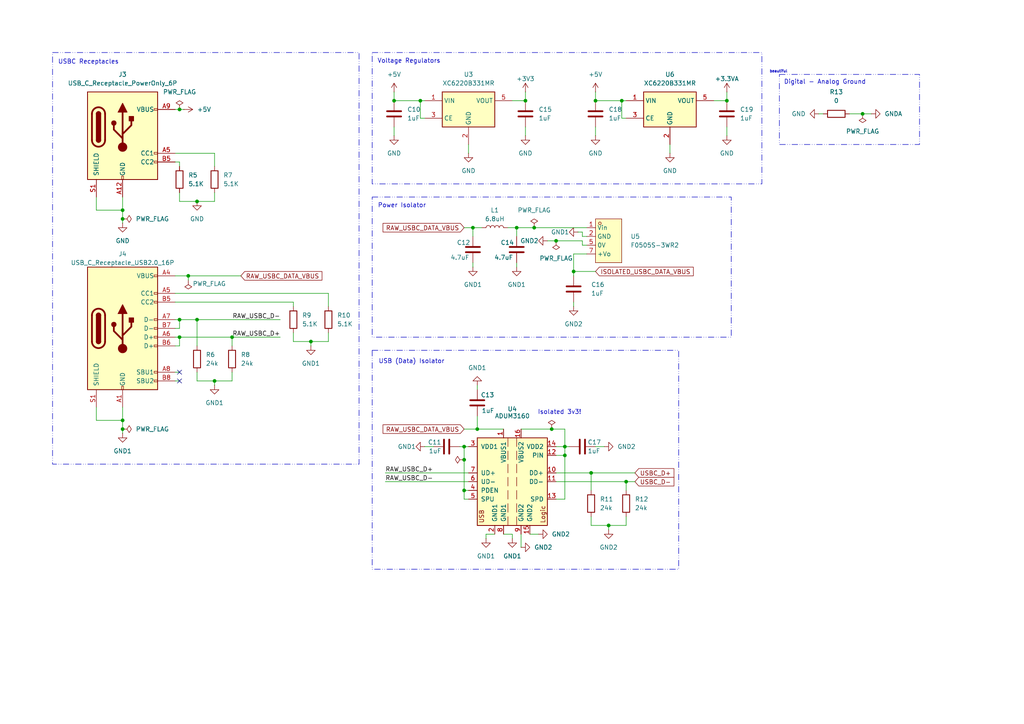
<source format=kicad_sch>
(kicad_sch (version 20250114) (generator "eeschema") (generator_version "9.0")
  (paper "A4")
  (title_block (title "echowawa Power") (date "2025-07-27") (rev "v1") (company "moonbeeper"))
  (lib_symbols
    (symbol "Connector:USB_C_Receptacle_PowerOnly_6P" (pin_names (offset 1.016))
      (property "Reference" "J" (at 0 16.51 0))
      (property "Value" "USB_C_Receptacle_PowerOnly_6P" (at 0 13.97 0))
      (symbol "USB_C_Receptacle_PowerOnly_6P_0_0"
        (rectangle (start -0.254 -12.7) (end 0.254 -11.684))
        (rectangle (start 10.16 7.874) (end 9.144 7.366))
        (rectangle (start 10.16 -4.826) (end 9.144 -5.334))
        (rectangle (start 10.16 -7.366) (end 9.144 -7.874))
      )
      (symbol "USB_C_Receptacle_PowerOnly_6P_0_1"
        (rectangle (start -10.16 12.7) (end 10.16 -12.7) (stroke (width 0.254)) (fill (type background)))
        (polyline (pts (xy -8.89 -1.27) (xy -8.89 6.35)) (stroke (width 0.508)))
        (rectangle (start -7.62 -1.27) (end -6.35 6.35) (stroke (width 0.254)) (fill (type outline)))
        (arc (start -7.62 6.35) (mid -6.985 6.9823) (end -6.35 6.35) (stroke (width 0.254)))
        (arc (start -7.62 6.35) (mid -6.985 6.9823) (end -6.35 6.35) (stroke (width 0.254)) (fill (type outline)))
        (arc (start -8.89 6.35) (mid -6.985 8.2467) (end -5.08 6.35) (stroke (width 0.508)))
        (arc (start -5.08 -1.27) (mid -6.985 -3.1667) (end -8.89 -1.27) (stroke (width 0.508)))
        (arc (start -6.35 -1.27) (mid -6.985 -1.9023) (end -7.62 -1.27) (stroke (width 0.254)))
        (arc (start -6.35 -1.27) (mid -6.985 -1.9023) (end -7.62 -1.27) (stroke (width 0.254)) (fill (type outline)))
        (polyline (pts (xy -5.08 6.35) (xy -5.08 -1.27)) (stroke (width 0.508)))
        (circle (center -2.54 3.683) (radius 0.635) (stroke (width 0.254)) (fill (type outline)))
        (polyline (pts (xy -1.27 6.858) (xy 0 9.398) (xy 1.27 6.858) (xy -1.27 6.858)) (stroke (width 0.254)) (fill (type outline)))
        (polyline (pts (xy 0 0.508) (xy 2.54 3.048) (xy 2.54 4.318)) (stroke (width 0.508)))
        (polyline (pts (xy 0 -0.762) (xy -2.54 1.778) (xy -2.54 3.048)) (stroke (width 0.508)))
        (polyline (pts (xy 0 -3.302) (xy 0 6.858)) (stroke (width 0.508)))
        (circle (center 0 -3.302) (radius 1.27) (fill (type outline)))
        (rectangle (start 1.905 4.318) (end 3.175 5.588) (stroke (width 0.254)) (fill (type outline)))
      )
      (symbol "USB_C_Receptacle_PowerOnly_6P_1_1"
        (pin passive line (at -7.62 -17.78 90) (length 5.08) (name "SHIELD") (number "S1"))
        (pin passive line (at 0 -17.78 90) (length 5.08) (name "GND") (number "A12"))
        (pin passive line (at 0 -17.78 90) (length 5.08) (hide yes) (name "GND") (number "B12"))
        (pin passive line (at 15.24 7.62 180) (length 5.08) (name "VBUS") (number "A9"))
        (pin passive line (at 15.24 7.62 180) (length 5.08) (hide yes) (name "VBUS") (number "B9"))
        (pin bidirectional line (at 15.24 -5.08 180) (length 5.08) (name "CC1") (number "A5"))
        (pin bidirectional line (at 15.24 -7.62 180) (length 5.08) (name "CC2") (number "B5"))
      )
    )
    (symbol "Connector:USB_C_Receptacle_USB2.0_16P" (pin_names (offset 1.016))
      (property "Reference" "J" (at 0 22.225 0))
      (property "Value" "USB_C_Receptacle_USB2.0_16P" (at 0 19.685 0))
      (symbol "USB_C_Receptacle_USB2.0_16P_0_0"
        (rectangle (start -0.254 -17.78) (end 0.254 -16.764))
        (rectangle (start 10.16 15.494) (end 9.144 14.986))
        (rectangle (start 10.16 10.414) (end 9.144 9.906))
        (rectangle (start 10.16 7.874) (end 9.144 7.366))
        (rectangle (start 10.16 2.794) (end 9.144 2.286))
        (rectangle (start 10.16 0.254) (end 9.144 -0.254))
        (rectangle (start 10.16 -2.286) (end 9.144 -2.794))
        (rectangle (start 10.16 -4.826) (end 9.144 -5.334))
        (rectangle (start 10.16 -12.446) (end 9.144 -12.954))
        (rectangle (start 10.16 -14.986) (end 9.144 -15.494))
      )
      (symbol "USB_C_Receptacle_USB2.0_16P_0_1"
        (rectangle (start -10.16 17.78) (end 10.16 -17.78) (stroke (width 0.254)) (fill (type background)))
        (polyline (pts (xy -8.89 -3.81) (xy -8.89 3.81)) (stroke (width 0.508)))
        (rectangle (start -7.62 -3.81) (end -6.35 3.81) (stroke (width 0.254)) (fill (type outline)))
        (arc (start -7.62 3.81) (mid -6.985 4.4423) (end -6.35 3.81) (stroke (width 0.254)))
        (arc (start -7.62 3.81) (mid -6.985 4.4423) (end -6.35 3.81) (stroke (width 0.254)) (fill (type outline)))
        (arc (start -8.89 3.81) (mid -6.985 5.7067) (end -5.08 3.81) (stroke (width 0.508)))
        (arc (start -5.08 -3.81) (mid -6.985 -5.7067) (end -8.89 -3.81) (stroke (width 0.508)))
        (arc (start -6.35 -3.81) (mid -6.985 -4.4423) (end -7.62 -3.81) (stroke (width 0.254)))
        (arc (start -6.35 -3.81) (mid -6.985 -4.4423) (end -7.62 -3.81) (stroke (width 0.254)) (fill (type outline)))
        (polyline (pts (xy -5.08 3.81) (xy -5.08 -3.81)) (stroke (width 0.508)))
        (circle (center -2.54 1.143) (radius 0.635) (stroke (width 0.254)) (fill (type outline)))
        (polyline (pts (xy -1.27 4.318) (xy 0 6.858) (xy 1.27 4.318) (xy -1.27 4.318)) (stroke (width 0.254)) (fill (type outline)))
        (polyline (pts (xy 0 -2.032) (xy 2.54 0.508) (xy 2.54 1.778)) (stroke (width 0.508)))
        (polyline (pts (xy 0 -3.302) (xy -2.54 -0.762) (xy -2.54 0.508)) (stroke (width 0.508)))
        (polyline (pts (xy 0 -5.842) (xy 0 4.318)) (stroke (width 0.508)))
        (circle (center 0 -5.842) (radius 1.27) (fill (type outline)))
        (rectangle (start 1.905 1.778) (end 3.175 3.048) (stroke (width 0.254)) (fill (type outline)))
      )
      (symbol "USB_C_Receptacle_USB2.0_16P_1_1"
        (pin passive line (at -7.62 -22.86 90) (length 5.08) (name "SHIELD") (number "S1"))
        (pin passive line (at 0 -22.86 90) (length 5.08) (name "GND") (number "A1"))
        (pin passive line (at 0 -22.86 90) (length 5.08) (hide yes) (name "GND") (number "A12"))
        (pin passive line (at 0 -22.86 90) (length 5.08) (hide yes) (name "GND") (number "B1"))
        (pin passive line (at 0 -22.86 90) (length 5.08) (hide yes) (name "GND") (number "B12"))
        (pin passive line (at 15.24 15.24 180) (length 5.08) (name "VBUS") (number "A4"))
        (pin passive line (at 15.24 15.24 180) (length 5.08) (hide yes) (name "VBUS") (number "A9"))
        (pin passive line (at 15.24 15.24 180) (length 5.08) (hide yes) (name "VBUS") (number "B4"))
        (pin passive line (at 15.24 15.24 180) (length 5.08) (hide yes) (name "VBUS") (number "B9"))
        (pin bidirectional line (at 15.24 10.16 180) (length 5.08) (name "CC1") (number "A5"))
        (pin bidirectional line (at 15.24 7.62 180) (length 5.08) (name "CC2") (number "B5"))
        (pin bidirectional line (at 15.24 2.54 180) (length 5.08) (name "D-") (number "A7"))
        (pin bidirectional line (at 15.24 0 180) (length 5.08) (name "D-") (number "B7"))
        (pin bidirectional line (at 15.24 -2.54 180) (length 5.08) (name "D+") (number "A6"))
        (pin bidirectional line (at 15.24 -5.08 180) (length 5.08) (name "D+") (number "B6"))
        (pin bidirectional line (at 15.24 -12.7 180) (length 5.08) (name "SBU1") (number "A8"))
        (pin bidirectional line (at 15.24 -15.24 180) (length 5.08) (name "SBU2") (number "B8"))
      )
    )
    (symbol "Device:C" (pin_numbers (hide yes)) (pin_names (offset 0.254))
      (property "Reference" "C" (at 0.635 2.54 0))
      (property "Value" "C" (at 0.635 -2.54 0))
      (symbol "C_0_1"
        (polyline (pts (xy -2.032 0.762) (xy 2.032 0.762)) (stroke (width 0.508)))
        (polyline (pts (xy -2.032 -0.762) (xy 2.032 -0.762)) (stroke (width 0.508)))
      )
      (symbol "C_1_1"
        (pin passive line (at 0 3.81 270) (length 2.794) (name "~") (number "1"))
        (pin passive line (at 0 -3.81 90) (length 2.794) (name "~") (number "2"))
      )
    )
    (symbol "Device:L" (pin_numbers (hide yes)) (pin_names (offset 1.016) (hide yes))
      (property "Reference" "L" (at -1.27 0 90))
      (property "Value" "L" (at 1.905 0 90))
      (symbol "L_0_1"
        (arc (start 0 2.54) (mid 0.6323 1.905) (end 0 1.27))
        (arc (start 0 1.27) (mid 0.6323 0.635) (end 0 0))
        (arc (start 0 0) (mid 0.6323 -0.635) (end 0 -1.27))
        (arc (start 0 -1.27) (mid 0.6323 -1.905) (end 0 -2.54))
      )
      (symbol "L_1_1"
        (pin passive line (at 0 3.81 270) (length 1.27) (name "1") (number "1"))
        (pin passive line (at 0 -3.81 90) (length 1.27) (name "2") (number "2"))
      )
    )
    (symbol "Device:R" (pin_numbers (hide yes)) (pin_names (offset 0))
      (property "Reference" "R" (at 2.032 0 90))
      (property "Value" "R" (at 0 0 90))
      (symbol "R_0_1"
        (rectangle (start -1.016 -2.54) (end 1.016 2.54) (stroke (width 0.254)))
      )
      (symbol "R_1_1"
        (pin passive line (at 0 3.81 270) (length 1.27) (name "~") (number "1"))
        (pin passive line (at 0 -3.81 90) (length 1.27) (name "~") (number "2"))
      )
    )
    (symbol "Interface_USB:ADUM3160" (pin_names (offset 1.016))
      (property "Reference" "U" (at -10.16 13.97 0))
      (property "Value" "ADUM3160" (at 3.81 13.97 0))
      (symbol "ADUM3160_0_0"
        (text "Logic" (at 8.89 -12.065 900) (effects (font (size 1.27 1.27)) (justify left)))
      )
      (symbol "ADUM3160_0_1"
        (rectangle (start -10.16 12.7) (end 10.16 -12.7) (stroke (width 0.254)) (fill (type background)))
        (polyline (pts (xy -1.27 12.7) (xy -1.27 10.16)))
        (polyline (pts (xy -1.27 8.89) (xy -1.27 6.35)))
        (polyline (pts (xy -1.27 5.08) (xy -1.27 2.54)))
        (polyline (pts (xy -1.27 1.27) (xy -1.27 -1.27)))
        (polyline (pts (xy -1.27 -2.54) (xy -1.27 -5.08)))
        (polyline (pts (xy -1.27 -6.35) (xy -1.27 -8.89)))
        (polyline (pts (xy -1.27 -10.16) (xy -1.27 -12.7)))
        (polyline (pts (xy 1.27 12.7) (xy 1.27 10.16)))
        (polyline (pts (xy 1.27 8.89) (xy 1.27 6.35)))
        (polyline (pts (xy 1.27 5.08) (xy 1.27 2.54)))
        (polyline (pts (xy 1.27 1.27) (xy 1.27 -1.27)))
        (polyline (pts (xy 1.27 -2.54) (xy 1.27 -5.08)))
        (polyline (pts (xy 1.27 -6.35) (xy 1.27 -8.89)))
        (polyline (pts (xy 1.27 -10.16) (xy 1.27 -12.7)))
      )
      (symbol "ADUM3160_1_0"
        (text "USB" (at -8.89 -12.065 900) (effects (font (size 1.27 1.27)) (justify left)))
      )
      (symbol "ADUM3160_1_1"
        (pin power_in line (at -12.7 10.16 0) (length 2.54) (name "VDD1") (number "3"))
        (pin bidirectional line (at -12.7 2.54 0) (length 2.54) (name "UD+") (number "7"))
        (pin bidirectional line (at -12.7 0 0) (length 2.54) (name "UD-") (number "6"))
        (pin input line (at -12.7 -2.54 0) (length 2.54) (name "PDEN") (number "4"))
        (pin input line (at -12.7 -5.08 0) (length 2.54) (name "SPU") (number "5"))
        (pin power_in line (at -5.08 -15.24 90) (length 2.54) (name "GND1") (number "2"))
        (pin power_in line (at -2.54 15.24 270) (length 2.54) (name "VBUS1") (number "1"))
        (pin power_in line (at -2.54 -15.24 90) (length 2.54) (name "GND1") (number "8"))
        (pin power_in line (at 2.54 15.24 270) (length 2.54) (name "VBUS2") (number "16"))
        (pin power_in line (at 2.54 -15.24 90) (length 2.54) (name "GND2") (number "9"))
        (pin power_in line (at 5.08 -15.24 90) (length 2.54) (name "GND2") (number "15"))
        (pin power_in line (at 12.7 10.16 180) (length 2.54) (name "VDD2") (number "14"))
        (pin input line (at 12.7 7.62 180) (length 2.54) (name "PIN") (number "12"))
        (pin bidirectional line (at 12.7 2.54 180) (length 2.54) (name "DD+") (number "10"))
        (pin bidirectional line (at 12.7 0 180) (length 2.54) (name "DD-") (number "11"))
        (pin input line (at 12.7 -5.08 180) (length 2.54) (name "SPD") (number "13"))
      )
    )
    (symbol "Regulator_Linear:XC6220B331MR"
      (property "Reference" "U" (at 0 8.89 0))
      (property "Value" "XC6220B331MR" (at 0 6.35 0))
      (symbol "XC6220B331MR_0_1"
        (rectangle (start -7.62 5.08) (end 7.62 -5.08) (stroke (width 0.254)) (fill (type background)))
      )
      (symbol "XC6220B331MR_1_1"
        (pin power_in line (at -12.7 2.54 0) (length 5.08) (name "VIN") (number "1"))
        (pin input line (at -12.7 -2.54 0) (length 5.08) (name "CE") (number "3"))
        (pin power_in line (at 0 -10.16 90) (length 5.08) (name "GND") (number "2"))
        (pin no_connect line (at 7.62 -2.54 180) (length 5.08) (hide yes) (name "NC") (number "4"))
        (pin power_out line (at 12.7 2.54 180) (length 5.08) (name "VOUT") (number "5"))
      )
    )
    (symbol "kicad_why:F0505S-3WR2"
      (property "Reference" "U" (at 0 10.16 0))
      (property "Value" "F0505S-3WR2" (at 0 8.128 0))
      (symbol "F0505S-3WR2_0_1"
        (rectangle (start -3.81 6.35) (end 3.81 -6.35) (fill (type background)))
        (circle (center -2.54 5.08) (radius 0.38))
        (pin power_in line (at -6.35 3.81 0) (length 2.54) (name "Vin") (number "1"))
        (pin power_in line (at -6.35 1.27 0) (length 2.54) (name "GND") (number "2"))
        (pin power_out line (at -6.35 -3.81 0) (length 2.54) (name "+Vo") (number "7"))
      )
      (symbol "F0505S-3WR2_1_1"
        (pin passive line (at -6.35 -1.27 0) (length 2.54) (name "0V") (number "5"))
      )
    )
    (symbol "power:+3.3VA" (power) (pin_numbers (hide yes)) (pin_names (offset 0) (hide yes))
      (property "Value" "+3.3VA" (at 0 3.556 0))
      (symbol "+3.3VA_0_1"
        (polyline (pts (xy -0.762 1.27) (xy 0 2.54)))
        (polyline (pts (xy 0 2.54) (xy 0.762 1.27)))
        (polyline (pts (xy 0 0) (xy 0 2.54)))
      )
      (symbol "+3.3VA_1_1"
        (pin power_in line (at 0 0 90) (length 0) (name "~") (number "1"))
      )
    )
    (symbol "power:+3V3" (power) (pin_numbers (hide yes)) (pin_names (offset 0) (hide yes))
      (property "Value" "+3V3" (at 0 3.556 0))
      (symbol "+3V3_0_1"
        (polyline (pts (xy -0.762 1.27) (xy 0 2.54)))
        (polyline (pts (xy 0 2.54) (xy 0.762 1.27)))
        (polyline (pts (xy 0 0) (xy 0 2.54)))
      )
      (symbol "+3V3_1_1"
        (pin power_in line (at 0 0 90) (length 0) (name "~") (number "1"))
      )
    )
    (symbol "power:+5V" (power) (pin_numbers (hide yes)) (pin_names (offset 0) (hide yes))
      (property "Value" "+5V" (at 0 3.556 0))
      (symbol "+5V_0_1"
        (polyline (pts (xy -0.762 1.27) (xy 0 2.54)))
        (polyline (pts (xy 0 2.54) (xy 0.762 1.27)))
        (polyline (pts (xy 0 0) (xy 0 2.54)))
      )
      (symbol "+5V_1_1"
        (pin power_in line (at 0 0 90) (length 0) (name "~") (number "1"))
      )
    )
    (symbol "power:GND" (power) (pin_numbers (hide yes)) (pin_names (offset 0) (hide yes))
      (property "Value" "GND" (at 0 -3.81 0))
      (symbol "GND_0_1"
        (polyline (pts (xy 0 0) (xy 0 -1.27) (xy 1.27 -1.27) (xy 0 -2.54) (xy -1.27 -1.27) (xy 0 -1.27)))
      )
      (symbol "GND_1_1"
        (pin power_in line (at 0 0 270) (length 0) (name "~") (number "1"))
      )
    )
    (symbol "power:GND1" (power) (pin_numbers (hide yes)) (pin_names (offset 0) (hide yes))
      (property "Value" "GND1" (at 0 -3.81 0))
      (symbol "GND1_0_1"
        (polyline (pts (xy 0 0) (xy 0 -1.27) (xy 1.27 -1.27) (xy 0 -2.54) (xy -1.27 -1.27) (xy 0 -1.27)))
      )
      (symbol "GND1_1_1"
        (pin power_in line (at 0 0 270) (length 0) (name "~") (number "1"))
      )
    )
    (symbol "power:GND2" (power) (pin_numbers (hide yes)) (pin_names (offset 0) (hide yes))
      (property "Value" "GND2" (at 0 -3.81 0))
      (symbol "GND2_0_1"
        (polyline (pts (xy 0 0) (xy 0 -1.27) (xy 1.27 -1.27) (xy 0 -2.54) (xy -1.27 -1.27) (xy 0 -1.27)))
      )
      (symbol "GND2_1_1"
        (pin power_in line (at 0 0 270) (length 0) (name "~") (number "1"))
      )
    )
    (symbol "power:GNDA" (power) (pin_numbers (hide yes)) (pin_names (offset 0) (hide yes))
      (property "Value" "GNDA" (at 0 -3.81 0))
      (symbol "GNDA_0_1"
        (polyline (pts (xy 0 0) (xy 0 -1.27) (xy 1.27 -1.27) (xy 0 -2.54) (xy -1.27 -1.27) (xy 0 -1.27)))
      )
      (symbol "GNDA_1_1"
        (pin power_in line (at 0 0 270) (length 0) (name "~") (number "1"))
      )
    )
    (symbol "power:PWR_FLAG" (power) (pin_numbers (hide yes)) (pin_names (offset 0) (hide yes))
      (property "Value" "PWR_FLAG" (at 0 3.81 0))
      (symbol "PWR_FLAG_0_0"
        (pin power_out line (at 0 0 90) (length 0) (name "~") (number "1"))
      )
      (symbol "PWR_FLAG_0_1"
        (polyline (pts (xy 0 0) (xy 0 1.27) (xy -1.016 1.905) (xy 0 2.54) (xy 1.016 1.905) (xy 0 1.27)))
      )
    )
  )
  (rectangle (start 107.95 15.24) (end 220.98 53.34) (stroke (width 0) (type dash_dot_dot)))
  (rectangle (start 107.95 57.15) (end 212.09 97.79) (stroke (width 0) (type dash_dot_dot)))
  (rectangle (start 107.95 101.6) (end 196.85 165.1) (stroke (width 0) (type dash_dot_dot)))
  (rectangle (start 15.24 15.24) (end 104.14 134.62) (stroke (width 0) (type dash_dot_dot)))
  (rectangle (start 226.06 21.59) (end 266.7 41.91) (stroke (width 0) (type dash_dot_dot)))
  (text "Power Isolator" (at 116.586 59.69 0) (effects (font (size 1.27 1.27))))
  (text "USBC Receptacles" (at 25.654 18.034 0) (effects (font (size 1.27 1.27))))
  (text "beautiful" (at 225.806 20.828 0) (effects (font (size 0.762 0.762))))
  (text "Voltage Regulators" (at 118.618 17.78 0) (effects (font (size 1.27 1.27))))
  (text "Isolated 3v3!" (at 162.306 119.634 0) (effects (font (size 1.27 1.27))))
  (text "USB (Data) Isolator" (at 119.38 104.902 0) (effects (font (size 1.27 1.27))))
  (text "Digital - Analog Ground" (at 239.268 23.876 0) (effects (font (size 1.27 1.27))))
  (junction (at 67.31 97.79))
  (junction (at 138.43 124.46))
  (junction (at 121.92 29.21))
  (junction (at 152.4 29.21))
  (junction (at 210.82 29.21))
  (junction (at 54.61 80.01))
  (junction (at 57.15 92.71))
  (junction (at 137.16 66.04))
  (junction (at 52.07 92.71))
  (junction (at 149.86 66.04))
  (junction (at 166.37 78.74))
  (junction (at 134.62 142.24))
  (junction (at 181.61 139.7))
  (junction (at 35.56 124.46))
  (junction (at 57.15 58.42))
  (junction (at 163.83 132.08))
  (junction (at 250.19 33.02))
  (junction (at 90.17 99.06))
  (junction (at 35.56 121.92))
  (junction (at 172.72 29.21))
  (junction (at 134.62 129.54))
  (junction (at 114.3 29.21))
  (junction (at 163.83 129.54))
  (junction (at 161.29 69.85))
  (junction (at 134.62 133.35))
  (junction (at 171.45 137.16))
  (junction (at 35.56 60.96))
  (junction (at 154.94 66.04))
  (junction (at 176.53 152.4))
  (junction (at 52.07 97.79))
  (junction (at 35.56 63.5))
  (junction (at 52.07 31.75))
  (junction (at 160.02 124.46))
  (junction (at 180.34 29.21))
  (junction (at 62.23 110.49))
  (no_connect (at 52.07 107.95))
  (no_connect (at 52.07 110.49))
  (wire (pts (xy 140.97 154.94) (xy 143.51 154.94)))
  (wire (pts (xy 52.07 107.95) (xy 50.8 107.95)))
  (wire (pts (xy 62.23 44.45) (xy 62.23 48.26)))
  (wire (pts (xy 158.75 69.85) (xy 161.29 69.85)))
  (wire (pts (xy 250.19 33.02) (xy 246.38 33.02)))
  (wire (pts (xy 90.17 99.06) (xy 95.25 99.06)))
  (wire (pts (xy 149.86 66.04) (xy 149.86 68.58)))
  (wire (pts (xy 168.91 68.58) (xy 170.18 68.58)))
  (wire (pts (xy 67.31 110.49) (xy 67.31 107.95)))
  (wire (pts (xy 180.34 29.21) (xy 181.61 29.21)))
  (wire (pts (xy 35.56 121.92) (xy 35.56 118.11)))
  (wire (pts (xy 52.07 95.25) (xy 52.07 92.71)))
  (wire (pts (xy 50.8 44.45) (xy 62.23 44.45)))
  (wire (pts (xy 149.86 66.04) (xy 154.94 66.04)))
  (wire (pts (xy 181.61 139.7) (xy 184.15 139.7)))
  (wire (pts (xy 52.07 100.33) (xy 52.07 97.79)))
  (wire (pts (xy 207.01 29.21) (xy 210.82 29.21)))
  (wire (pts (xy 138.43 120.65) (xy 138.43 124.46)))
  (wire (pts (xy 172.72 29.21) (xy 180.34 29.21)))
  (wire (pts (xy 67.31 97.79) (xy 67.31 100.33)))
  (wire (pts (xy 57.15 107.95) (xy 57.15 110.49)))
  (wire (pts (xy 50.8 85.09) (xy 95.25 85.09)))
  (wire (pts (xy 161.29 137.16) (xy 171.45 137.16)))
  (wire (pts (xy 181.61 34.29) (xy 180.34 34.29)))
  (wire (pts (xy 194.31 41.91) (xy 194.31 44.45)))
  (wire (pts (xy 160.02 124.46) (xy 163.83 124.46)))
  (wire (pts (xy 95.25 85.09) (xy 95.25 88.9)))
  (wire (pts (xy 140.97 156.21) (xy 140.97 154.94)))
  (wire (pts (xy 163.83 129.54) (xy 161.29 129.54)))
  (wire (pts (xy 57.15 92.71) (xy 57.15 100.33)))
  (wire (pts (xy 50.8 46.99) (xy 52.07 46.99)))
  (wire (pts (xy 166.37 73.66) (xy 166.37 78.74)))
  (wire (pts (xy 171.45 137.16) (xy 171.45 142.24)))
  (wire (pts (xy 85.09 87.63) (xy 85.09 88.9)))
  (wire (pts (xy 85.09 99.06) (xy 90.17 99.06)))
  (wire (pts (xy 121.92 29.21) (xy 123.19 29.21)))
  (wire (pts (xy 156.21 154.94) (xy 153.67 154.94)))
  (wire (pts (xy 152.4 39.37) (xy 152.4 36.83)))
  (wire (pts (xy 167.64 67.31) (xy 168.91 67.31)))
  (wire (pts (xy 123.19 129.54) (xy 125.73 129.54)))
  (wire (pts (xy 138.43 111.76) (xy 138.43 113.03)))
  (wire (pts (xy 152.4 26.67) (xy 152.4 29.21)))
  (wire (pts (xy 50.8 92.71) (xy 52.07 92.71)))
  (wire (pts (xy 114.3 26.67) (xy 114.3 29.21)))
  (wire (pts (xy 252.73 33.02) (xy 250.19 33.02)))
  (wire (pts (xy 27.94 118.11) (xy 27.94 121.92)))
  (wire (pts (xy 154.94 66.04) (xy 170.18 66.04)))
  (wire (pts (xy 52.07 92.71) (xy 57.15 92.71)))
  (wire (pts (xy 172.72 78.74) (xy 166.37 78.74)))
  (wire (pts (xy 57.15 58.42) (xy 62.23 58.42)))
  (wire (pts (xy 168.91 69.85) (xy 161.29 69.85)))
  (wire (pts (xy 111.76 137.16) (xy 135.89 137.16)))
  (wire (pts (xy 172.72 39.37) (xy 172.72 36.83)))
  (wire (pts (xy 163.83 144.78) (xy 163.83 132.08)))
  (wire (pts (xy 135.89 144.78) (xy 134.62 144.78)))
  (wire (pts (xy 151.13 158.75) (xy 151.13 154.94)))
  (wire (pts (xy 139.7 66.04) (xy 137.16 66.04)))
  (wire (pts (xy 168.91 69.85) (xy 168.91 71.12)))
  (wire (pts (xy 163.83 132.08) (xy 163.83 129.54)))
  (wire (pts (xy 210.82 39.37) (xy 210.82 36.83)))
  (wire (pts (xy 138.43 124.46) (xy 146.05 124.46)))
  (wire (pts (xy 134.62 66.04) (xy 137.16 66.04)))
  (wire (pts (xy 163.83 124.46) (xy 163.83 129.54)))
  (wire (pts (xy 171.45 152.4) (xy 176.53 152.4)))
  (wire (pts (xy 137.16 77.47) (xy 137.16 76.2)))
  (wire (pts (xy 52.07 31.75) (xy 50.8 31.75)))
  (wire (pts (xy 52.07 55.88) (xy 52.07 58.42)))
  (wire (pts (xy 95.25 99.06) (xy 95.25 96.52)))
  (wire (pts (xy 135.89 142.24) (xy 134.62 142.24)))
  (wire (pts (xy 57.15 92.71) (xy 81.28 92.71)))
  (wire (pts (xy 210.82 26.67) (xy 210.82 29.21)))
  (wire (pts (xy 62.23 110.49) (xy 67.31 110.49)))
  (wire (pts (xy 148.59 156.21) (xy 148.59 154.94)))
  (wire (pts (xy 176.53 152.4) (xy 181.61 152.4)))
  (wire (pts (xy 134.62 129.54) (xy 135.89 129.54)))
  (wire (pts (xy 134.62 142.24) (xy 134.62 133.35)))
  (wire (pts (xy 27.94 57.15) (xy 27.94 60.96)))
  (wire (pts (xy 165.1 129.54) (xy 163.83 129.54)))
  (wire (pts (xy 67.31 97.79) (xy 81.28 97.79)))
  (wire (pts (xy 134.62 144.78) (xy 134.62 142.24)))
  (wire (pts (xy 52.07 110.49) (xy 50.8 110.49)))
  (wire (pts (xy 54.61 81.28) (xy 54.61 80.01)))
  (wire (pts (xy 35.56 64.77) (xy 35.56 63.5)))
  (wire (pts (xy 180.34 34.29) (xy 180.34 29.21)))
  (wire (pts (xy 168.91 67.31) (xy 168.91 68.58)))
  (wire (pts (xy 35.56 63.5) (xy 35.56 60.96)))
  (wire (pts (xy 148.59 29.21) (xy 152.4 29.21)))
  (wire (pts (xy 181.61 152.4) (xy 181.61 149.86)))
  (wire (pts (xy 133.35 129.54) (xy 134.62 129.54)))
  (wire (pts (xy 135.89 44.45) (xy 135.89 41.91)))
  (wire (pts (xy 121.92 34.29) (xy 121.92 29.21)))
  (wire (pts (xy 85.09 96.52) (xy 85.09 99.06)))
  (wire (pts (xy 151.13 124.46) (xy 160.02 124.46)))
  (wire (pts (xy 161.29 144.78) (xy 163.83 144.78)))
  (wire (pts (xy 168.91 71.12) (xy 170.18 71.12)))
  (wire (pts (xy 54.61 80.01) (xy 50.8 80.01)))
  (wire (pts (xy 50.8 97.79) (xy 52.07 97.79)))
  (wire (pts (xy 137.16 66.04) (xy 137.16 68.58)))
  (wire (pts (xy 166.37 88.9) (xy 166.37 87.63)))
  (wire (pts (xy 35.56 121.92) (xy 35.56 124.46)))
  (wire (pts (xy 147.32 66.04) (xy 149.86 66.04)))
  (wire (pts (xy 50.8 95.25) (xy 52.07 95.25)))
  (wire (pts (xy 170.18 73.66) (xy 166.37 73.66)))
  (wire (pts (xy 27.94 60.96) (xy 35.56 60.96)))
  (wire (pts (xy 172.72 26.67) (xy 172.72 29.21)))
  (wire (pts (xy 134.62 133.35) (xy 134.62 129.54)))
  (wire (pts (xy 62.23 111.76) (xy 62.23 110.49)))
  (wire (pts (xy 52.07 58.42) (xy 57.15 58.42)))
  (wire (pts (xy 50.8 100.33) (xy 52.07 100.33)))
  (wire (pts (xy 35.56 125.73) (xy 35.56 124.46)))
  (wire (pts (xy 237.49 33.02) (xy 238.76 33.02)))
  (wire (pts (xy 50.8 87.63) (xy 85.09 87.63)))
  (wire (pts (xy 27.94 121.92) (xy 35.56 121.92)))
  (wire (pts (xy 69.85 80.01) (xy 54.61 80.01)))
  (wire (pts (xy 57.15 110.49) (xy 62.23 110.49)))
  (wire (pts (xy 52.07 46.99) (xy 52.07 48.26)))
  (wire (pts (xy 149.86 77.47) (xy 149.86 76.2)))
  (wire (pts (xy 171.45 137.16) (xy 184.15 137.16)))
  (wire (pts (xy 111.76 139.7) (xy 135.89 139.7)))
  (wire (pts (xy 123.19 34.29) (xy 121.92 34.29)))
  (wire (pts (xy 171.45 149.86) (xy 171.45 152.4)))
  (wire (pts (xy 53.34 31.75) (xy 52.07 31.75)))
  (wire (pts (xy 166.37 78.74) (xy 166.37 80.01)))
  (wire (pts (xy 161.29 139.7) (xy 181.61 139.7)))
  (wire (pts (xy 62.23 58.42) (xy 62.23 55.88)))
  (wire (pts (xy 175.26 129.54) (xy 172.72 129.54)))
  (wire (pts (xy 114.3 29.21) (xy 121.92 29.21)))
  (wire (pts (xy 35.56 60.96) (xy 35.56 57.15)))
  (wire (pts (xy 90.17 100.33) (xy 90.17 99.06)))
  (wire (pts (xy 176.53 153.67) (xy 176.53 152.4)))
  (wire (pts (xy 52.07 97.79) (xy 67.31 97.79)))
  (wire (pts (xy 181.61 139.7) (xy 181.61 142.24)))
  (wire (pts (xy 114.3 39.37) (xy 114.3 36.83)))
  (wire (pts (xy 134.62 124.46) (xy 138.43 124.46)))
  (wire (pts (xy 148.59 154.94) (xy 146.05 154.94)))
  (wire (pts (xy 161.29 132.08) (xy 163.83 132.08)))
  (label "RAW_USBC_D-" (at 81.28 92.71 180))
  (label "RAW_USBC_D+" (at 111.76 137.16 0))
  (label "RAW_USBC_D+" (at 81.28 97.79 180))
  (label "RAW_USBC_D-" (at 111.76 139.7 0))
  (global_label "RAW_USBC_DATA_VBUS" (shape input) (at 69.85 80.01 0) (property "Intersheetrefs" "${INTERSHEET_REFS}" (effects (hide yes))))
  (global_label "RAW_USBC_DATA_VBUS" (shape input) (at 134.62 66.04 180) (property "Intersheetrefs" "${INTERSHEET_REFS}" (effects (hide yes))))
  (global_label "USBC_D-" (shape input) (at 184.15 139.7 0) (property "Intersheetrefs" "${INTERSHEET_REFS}" (effects (hide yes))))
  (global_label "ISOLATED_USBC_DATA_VBUS" (shape input) (at 172.72 78.74 0) (property "Intersheetrefs" "${INTERSHEET_REFS}" (effects (hide yes))))
  (global_label "USBC_D+" (shape input) (at 184.15 137.16 0) (property "Intersheetrefs" "${INTERSHEET_REFS}" (effects (hide yes))))
  (global_label "RAW_USBC_DATA_VBUS" (shape input) (at 134.62 124.46 180) (property "Intersheetrefs" "${INTERSHEET_REFS}" (effects (hide yes))))
  (symbol (lib_id "Regulator_Linear:XC6220B331MR") (at 135.89 31.75 0) (unit 1)
    (property "Reference" "U3" (at 135.89 21.59 0))
    (property "Value" "XC6220B331MR" (at 135.89 24.13 0))
    (property "Footprint" "Package_TO_SOT_SMD:SOT-23-5" (effects (hide yes)))
    (property "Datasheet" "https://www.torexsemi.com/file/xc6220/XC6220.pdf" (effects (hide yes)))
    (property "Description" "1A, Low Drop-out Voltage Regulator, Fixed Output 3.3V, SOT-23-5" (effects (hide yes)))
    (property "LCSC" "C86534" (effects (hide yes)))
  )
  (symbol (lib_id "power:GND1") (at 148.59 156.21 0) (unit 1)
    (property "Reference" "#PWR039" (effects (hide yes)))
    (property "Value" "GND1" (at 148.59 161.29 0))
    (property "Description" "Power symbol creates a global label with name \"GND1\" , ground" (effects (hide yes)))
  )
  (symbol (lib_id "Connector:USB_C_Receptacle_USB2.0_16P") (at 35.56 95.25 0) (unit 1)
    (property "Reference" "J4" (at 35.56 73.66 0))
    (property "Value" "USB_C_Receptacle_USB2.0_16P" (at 35.56 76.2 0))
    (property "Footprint" "Connector_USB:USB_C_Receptacle_G-Switch_GT-USB-7010ASV" (effects (hide yes)))
    (property "Datasheet" "https://www.usb.org/sites/default/files/documents/usb_type-c.zip" (effects (hide yes)))
    (property "Description" "USB 2.0-only 16P Type-C Receptacle connector" (effects (hide yes)))
    (property "LCSC" "C2988369" (effects (hide yes)))
  )
  (symbol (lib_id "power:GND") (at 172.72 39.37 0) (unit 1)
    (property "Reference" "#PWR049" (effects (hide yes)))
    (property "Value" "GND" (at 172.72 44.45 0))
    (property "Description" "Power symbol creates a global label with name \"GND\" , ground" (effects (hide yes)))
  )
  (symbol (lib_id "power:GND") (at 237.49 33.02 270) (unit 1)
    (property "Reference" "#PWR055" (effects (hide yes)))
    (property "Value" "GND" (at 233.68 33.0199 90) (effects (justify right)))
    (property "Description" "Power symbol creates a global label with name \"GND\" , ground" (effects (hide yes)))
  )
  (symbol (lib_id "Regulator_Linear:XC6220B331MR") (at 194.31 31.75 0) (unit 1)
    (property "Reference" "U6" (at 194.31 21.59 0))
    (property "Value" "XC6220B331MR" (at 194.31 24.13 0))
    (property "Footprint" "Package_TO_SOT_SMD:SOT-23-5" (effects (hide yes)))
    (property "Datasheet" "https://www.torexsemi.com/file/xc6220/XC6220.pdf" (effects (hide yes)))
    (property "Description" "1A, Low Drop-out Voltage Regulator, Fixed Output 3.3V, SOT-23-5" (effects (hide yes)))
    (property "LCSC" "C86534" (effects (hide yes)))
  )
  (symbol (lib_id "Device:R") (at 95.25 92.71 0) (unit 1)
    (property "Reference" "R10" (at 97.79 91.4399 0) (effects (justify left)))
    (property "Value" "5.1K" (at 97.79 93.9799 0) (effects (justify left)))
    (property "Footprint" "Resistor_SMD:R_0603_1608Metric_Pad0.98x0.95mm_HandSolder" (effects (hide yes)))
    (property "Description" "Resistor" (effects (hide yes)))
    (property "LCSC" "C105580" (effects (hide yes)))
  )
  (symbol (lib_id "Device:C") (at 152.4 33.02 0) (unit 1)
    (property "Reference" "C15" (at 156.21 31.7499 0) (effects (justify left)))
    (property "Value" "1uF" (at 156.21 34.2899 0) (effects (justify left)))
    (property "Footprint" "Capacitor_SMD:C_0603_1608Metric_Pad1.08x0.95mm_HandSolder" (effects (hide yes)))
    (property "Description" "Unpolarized capacitor" (effects (hide yes)))
    (property "LCSC" "C29936" (effects (hide yes)))
  )
  (symbol (lib_id "power:PWR_FLAG") (at 52.07 31.75 0) (unit 1)
    (property "Reference" "#FLG03" (effects (hide yes)))
    (property "Value" "PWR_FLAG" (at 52.07 26.67 0))
    (property "Description" "Special symbol for telling ERC where power comes from" (effects (hide yes)))
  )
  (symbol (lib_id "power:PWR_FLAG") (at 35.56 124.46 270) (unit 1)
    (property "Reference" "#FLG02" (effects (hide yes)))
    (property "Value" "PWR_FLAG" (at 39.37 124.4599 90) (effects (justify left)))
    (property "Description" "Special symbol for telling ERC where power comes from" (effects (hide yes)))
  )
  (symbol (lib_id "power:GND") (at 35.56 64.77 0) (unit 1)
    (property "Reference" "#PWR026" (effects (hide yes)))
    (property "Value" "GND" (at 35.56 69.85 0))
    (property "Description" "Power symbol creates a global label with name \"GND\" , ground" (effects (hide yes)))
  )
  (symbol (lib_id "power:GND1") (at 62.23 111.76 0) (unit 1)
    (property "Reference" "#PWR030" (effects (hide yes)))
    (property "Value" "GND1" (at 62.23 116.84 0))
    (property "Description" "Power symbol creates a global label with name \"GND1\" , ground" (effects (hide yes)))
  )
  (symbol (lib_id "Device:C") (at 172.72 33.02 0) (unit 1)
    (property "Reference" "C18" (at 176.53 31.7499 0) (effects (justify left)))
    (property "Value" "1uF" (at 176.53 34.2899 0) (effects (justify left)))
    (property "Footprint" "Capacitor_SMD:C_0603_1608Metric_Pad1.08x0.95mm_HandSolder" (effects (hide yes)))
    (property "Description" "Unpolarized capacitor" (effects (hide yes)))
    (property "LCSC" "C29936" (effects (hide yes)))
  )
  (symbol (lib_id "power:GNDA") (at 252.73 33.02 90) (unit 1)
    (property "Reference" "#PWR056" (effects (hide yes)))
    (property "Value" "GNDA" (at 256.54 33.0199 90) (effects (justify right)))
    (property "Description" "Power symbol creates a global label with name \"GNDA\" , analog ground" (effects (hide yes)))
  )
  (symbol (lib_id "power:GND1") (at 138.43 111.76 180) (unit 1)
    (property "Reference" "#PWR037" (effects (hide yes)))
    (property "Value" "GND1" (at 138.43 106.68 0))
    (property "Description" "Power symbol creates a global label with name \"GND1\" , ground" (effects (hide yes)))
  )
  (symbol (lib_id "power:PWR_FLAG") (at 35.56 63.5 270) (unit 1)
    (property "Reference" "#FLG01" (effects (hide yes)))
    (property "Value" "PWR_FLAG" (at 39.37 63.4999 90) (effects (justify left)))
    (property "Description" "Special symbol for telling ERC where power comes from" (effects (hide yes)))
  )
  (symbol (lib_id "power:GND2") (at 175.26 129.54 90) (unit 1)
    (property "Reference" "#PWR050" (effects (hide yes)))
    (property "Value" "GND2" (at 179.07 129.5399 90) (effects (justify right)))
    (property "Description" "Power symbol creates a global label with name \"GND2\" , ground" (effects (hide yes)))
  )
  (symbol (lib_id "power:GND") (at 57.15 58.42 0) (unit 1)
    (property "Reference" "#PWR029" (effects (hide yes)))
    (property "Value" "GND" (at 57.15 63.5 0))
    (property "Description" "Power symbol creates a global label with name \"GND\" , ground" (effects (hide yes)))
  )
  (symbol (lib_id "Connector:USB_C_Receptacle_PowerOnly_6P") (at 35.56 39.37 0) (unit 1)
    (property "Reference" "J3" (at 35.56 21.59 0))
    (property "Value" "USB_C_Receptacle_PowerOnly_6P" (at 35.56 24.13 0))
    (property "Footprint" "kicad_why:TYPE-C-SMD_TYPE-C-6P-073" (effects (hide yes)))
    (property "Datasheet" "https://www.usb.org/sites/default/files/documents/usb_type-c.zip" (effects (hide yes)))
    (property "Description" "USB Power-Only 6P Type-C Receptacle connector" (effects (hide yes)))
    (property "LCSC" "C668623" (effects (hide yes)))
  )
  (symbol (lib_id "Device:C") (at 137.16 72.39 180) (unit 1)
    (property "Reference" "C12" (at 136.398 70.358 0) (effects (justify left)))
    (property "Value" "4.7uF" (at 136.144 74.676 0) (effects (justify left)))
    (property "Footprint" "Capacitor_SMD:C_0603_1608Metric_Pad1.08x0.95mm_HandSolder" (effects (hide yes)))
    (property "Description" "Unpolarized capacitor" (effects (hide yes)))
    (property "LCSC" "C389010" (effects (hide yes)))
  )
  (symbol (lib_id "Device:R") (at 57.15 104.14 0) (unit 1)
    (property "Reference" "R6" (at 59.69 102.8699 0) (effects (justify left)))
    (property "Value" "24k" (at 59.69 105.4099 0) (effects (justify left)))
    (property "Footprint" "Resistor_SMD:R_0603_1608Metric_Pad0.98x0.95mm_HandSolder" (effects (hide yes)))
    (property "Description" "Resistor" (effects (hide yes)))
    (property "LCSC" "C23352" (effects (hide yes)))
  )
  (symbol (lib_id "power:PWR_FLAG") (at 134.62 133.35 90) (unit 1)
    (property "Reference" "#FLG05" (effects (hide yes)))
    (property "Value" "PWR_FLAG" (effects (hide yes)))
    (property "Description" "Special symbol for telling ERC where power comes from" (effects (hide yes)))
  )
  (symbol (lib_id "kicad_why:F0505S-3WR2") (at 176.53 69.85 0) (unit 1)
    (property "Reference" "U5" (at 182.88 68.5799 0) (effects (justify left)))
    (property "Value" "F0505S-3WR2" (at 182.88 71.1199 0) (effects (justify left)))
    (property "Footprint" "kicad_why:PWRM-TH_4P-L19.7-W6.0-P2.54_F2403S-1WR3" (effects (hide yes)))
    (property "Datasheet" "https://lcsc.com/product-detail/Isolated-Power-Modules_EVISUN-F0505S-3WR2_C7598643.html" (effects (hide yes)))
    (property "Description" "Isolated DC/DC Power Module" (effects (hide yes)))
    (property "LCSC" "C5369564" (effects (hide yes)))
  )
  (symbol (lib_id "power:PWR_FLAG") (at 161.29 69.85 180) (unit 1)
    (property "Reference" "#FLG08" (effects (hide yes)))
    (property "Value" "PWR_FLAG" (at 161.29 74.93 0))
    (property "Description" "Special symbol for telling ERC where power comes from" (effects (hide yes)))
  )
  (symbol (lib_id "power:+5V") (at 172.72 26.67 0) (unit 1)
    (property "Reference" "#PWR048" (effects (hide yes)))
    (property "Value" "+5V" (at 172.72 21.59 0))
    (property "Description" "Power symbol creates a global label with name \"+5V\"" (effects (hide yes)))
  )
  (symbol (lib_id "Device:C") (at 114.3 33.02 0) (unit 1)
    (property "Reference" "C10" (at 118.11 31.7499 0) (effects (justify left)))
    (property "Value" "1uF" (at 118.11 34.2899 0) (effects (justify left)))
    (property "Footprint" "Capacitor_SMD:C_0603_1608Metric_Pad1.08x0.95mm_HandSolder" (effects (hide yes)))
    (property "Description" "Unpolarized capacitor" (effects (hide yes)))
    (property "LCSC" "C29936" (effects (hide yes)))
  )
  (symbol (lib_id "Device:C") (at 129.54 129.54 90) (unit 1)
    (property "Reference" "C11" (at 128.016 128.27 90) (effects (justify left)))
    (property "Value" "1uF" (at 128.016 130.81 90) (effects (justify left)))
    (property "Footprint" "Capacitor_SMD:C_0603_1608Metric_Pad1.08x0.95mm_HandSolder" (effects (hide yes)))
    (property "Description" "Unpolarized capacitor" (effects (hide yes)))
    (property "LCSC" "C29936" (effects (hide yes)))
  )
  (symbol (lib_id "power:GND1") (at 123.19 129.54 270) (unit 1)
    (property "Reference" "#PWR034" (effects (hide yes)))
    (property "Value" "GND1" (at 120.65 129.5399 90) (effects (justify right)))
    (property "Description" "Power symbol creates a global label with name \"GND1\" , ground" (effects (hide yes)))
  )
  (symbol (lib_id "power:PWR_FLAG") (at 54.61 81.28 180) (unit 1)
    (property "Reference" "#FLG04" (effects (hide yes)))
    (property "Value" "PWR_FLAG" (at 60.706 82.296 0))
    (property "Description" "Special symbol for telling ERC where power comes from" (effects (hide yes)))
  )
  (symbol (lib_id "Device:C") (at 149.86 72.39 180) (unit 1)
    (property "Reference" "C14" (at 149.098 70.358 0) (effects (justify left)))
    (property "Value" "4.7uF" (at 148.844 74.676 0) (effects (justify left)))
    (property "Footprint" "Capacitor_SMD:C_0603_1608Metric_Pad1.08x0.95mm_HandSolder" (effects (hide yes)))
    (property "Description" "Unpolarized capacitor" (effects (hide yes)))
    (property "LCSC" "C389010" (effects (hide yes)))
  )
  (symbol (lib_id "power:GND2") (at 151.13 158.75 90) (unit 1)
    (property "Reference" "#PWR041" (effects (hide yes)))
    (property "Value" "GND2" (at 154.94 158.7499 90) (effects (justify right)))
    (property "Description" "Power symbol creates a global label with name \"GND2\" , ground" (effects (hide yes)))
  )
  (symbol (lib_id "power:GND") (at 135.89 44.45 0) (unit 1)
    (property "Reference" "#PWR035" (effects (hide yes)))
    (property "Value" "GND" (at 135.89 49.53 0))
    (property "Description" "Power symbol creates a global label with name \"GND\" , ground" (effects (hide yes)))
  )
  (symbol (lib_id "Device:C") (at 210.82 33.02 0) (unit 1)
    (property "Reference" "C19" (at 214.63 31.7499 0) (effects (justify left)))
    (property "Value" "1uF" (at 214.63 34.2899 0) (effects (justify left)))
    (property "Footprint" "Capacitor_SMD:C_0603_1608Metric_Pad1.08x0.95mm_HandSolder" (effects (hide yes)))
    (property "Description" "Unpolarized capacitor" (effects (hide yes)))
    (property "LCSC" "C29936" (effects (hide yes)))
  )
  (symbol (lib_id "power:GND") (at 194.31 44.45 0) (unit 1)
    (property "Reference" "#PWR052" (effects (hide yes)))
    (property "Value" "GND" (at 194.31 49.53 0))
    (property "Description" "Power symbol creates a global label with name \"GND\" , ground" (effects (hide yes)))
  )
  (symbol (lib_id "Device:R") (at 62.23 52.07 0) (unit 1)
    (property "Reference" "R7" (at 64.77 50.7999 0) (effects (justify left)))
    (property "Value" "5.1K" (at 64.77 53.3399 0) (effects (justify left)))
    (property "Footprint" "Resistor_SMD:R_0603_1608Metric_Pad0.98x0.95mm_HandSolder" (effects (hide yes)))
    (property "Description" "Resistor" (effects (hide yes)))
    (property "LCSC" "C105580" (effects (hide yes)))
  )
  (symbol (lib_id "Device:R") (at 242.57 33.02 90) (unit 1)
    (property "Reference" "R13" (at 242.57 26.67 90))
    (property "Value" "0" (at 242.57 29.21 90))
    (property "Footprint" "Resistor_SMD:R_0603_1608Metric_Pad0.98x0.95mm_HandSolder" (effects (hide yes)))
    (property "Description" "Resistor" (effects (hide yes)))
    (property "LCSC" "C95177" (effects (hide yes)))
  )
  (symbol (lib_id "power:GND1") (at 137.16 77.47 0) (unit 1)
    (property "Reference" "#PWR036" (effects (hide yes)))
    (property "Value" "GND1" (at 137.16 82.55 0))
    (property "Description" "Power symbol creates a global label with name \"GND1\" , ground" (effects (hide yes)))
  )
  (symbol (lib_id "power:+3V3") (at 152.4 26.67 0) (unit 1)
    (property "Reference" "#PWR042" (effects (hide yes)))
    (property "Value" "+3V3" (at 152.4 22.86 0))
    (property "Description" "Power symbol creates a global label with name \"+3V3\"" (effects (hide yes)))
  )
  (symbol (lib_id "power:GND2") (at 156.21 154.94 90) (unit 1)
    (property "Reference" "#PWR044" (effects (hide yes)))
    (property "Value" "GND2" (at 160.02 154.9399 90) (effects (justify right)))
    (property "Description" "Power symbol creates a global label with name \"GND2\" , ground" (effects (hide yes)))
  )
  (symbol (lib_id "Device:C") (at 166.37 83.82 0) (unit 1)
    (property "Reference" "C16" (at 171.45 82.5499 0) (effects (justify left)))
    (property "Value" "1uF" (at 171.45 85.0899 0) (effects (justify left)))
    (property "Footprint" "Capacitor_SMD:C_0603_1608Metric_Pad1.08x0.95mm_HandSolder" (effects (hide yes)))
    (property "Description" "Unpolarized capacitor" (effects (hide yes)))
    (property "LCSC" "C29936" (effects (hide yes)))
  )
  (symbol (lib_id "Device:R") (at 67.31 104.14 0) (unit 1)
    (property "Reference" "R8" (at 69.85 102.8699 0) (effects (justify left)))
    (property "Value" "24k" (at 69.85 105.4099 0) (effects (justify left)))
    (property "Footprint" "Resistor_SMD:R_0603_1608Metric_Pad0.98x0.95mm_HandSolder" (effects (hide yes)))
    (property "Description" "Resistor" (effects (hide yes)))
    (property "LCSC" "C23352" (effects (hide yes)))
  )
  (symbol (lib_id "power:GND2") (at 166.37 88.9 0) (unit 1)
    (property "Reference" "#PWR046" (effects (hide yes)))
    (property "Value" "GND2" (at 166.37 93.98 0))
    (property "Description" "Power symbol creates a global label with name \"GND2\" , ground" (effects (hide yes)))
  )
  (symbol (lib_id "power:GND1") (at 140.97 156.21 0) (unit 1)
    (property "Reference" "#PWR038" (effects (hide yes)))
    (property "Value" "GND1" (at 140.97 161.29 0))
    (property "Description" "Power symbol creates a global label with name \"GND1\" , ground" (effects (hide yes)))
  )
  (symbol (lib_id "power:GND") (at 210.82 39.37 0) (unit 1)
    (property "Reference" "#PWR054" (effects (hide yes)))
    (property "Value" "GND" (at 210.82 44.45 0))
    (property "Description" "Power symbol creates a global label with name \"GND\" , ground" (effects (hide yes)))
  )
  (symbol (lib_id "Device:R") (at 181.61 146.05 0) (unit 1)
    (property "Reference" "R12" (at 184.15 144.7799 0) (effects (justify left)))
    (property "Value" "24k" (at 184.15 147.3199 0) (effects (justify left)))
    (property "Footprint" "Resistor_SMD:R_0603_1608Metric_Pad0.98x0.95mm_HandSolder" (effects (hide yes)))
    (property "Description" "Resistor" (effects (hide yes)))
    (property "LCSC" "C23352" (effects (hide yes)))
  )
  (symbol (lib_id "Device:R") (at 85.09 92.71 0) (unit 1)
    (property "Reference" "R9" (at 87.63 91.4399 0) (effects (justify left)))
    (property "Value" "5.1K" (at 87.63 93.9799 0) (effects (justify left)))
    (property "Footprint" "Resistor_SMD:R_0603_1608Metric_Pad0.98x0.95mm_HandSolder" (effects (hide yes)))
    (property "Description" "Resistor" (effects (hide yes)))
    (property "LCSC" "C105580" (effects (hide yes)))
  )
  (symbol (lib_id "power:GND2") (at 176.53 153.67 0) (unit 1)
    (property "Reference" "#PWR051" (effects (hide yes)))
    (property "Value" "GND2" (at 176.53 158.75 0))
    (property "Description" "Power symbol creates a global label with name \"GND2\" , ground" (effects (hide yes)))
  )
  (symbol (lib_id "power:GND") (at 152.4 39.37 0) (unit 1)
    (property "Reference" "#PWR043" (effects (hide yes)))
    (property "Value" "GND" (at 152.4 44.45 0))
    (property "Description" "Power symbol creates a global label with name \"GND\" , ground" (effects (hide yes)))
  )
  (symbol (lib_id "Interface_USB:ADUM3160") (at 148.59 139.7 0) (unit 1)
    (property "Reference" "U4" (at 148.59 118.618 0))
    (property "Value" "ADUM3160" (at 143.51 120.65 0) (effects (justify left)))
    (property "Footprint" "Package_SO:SOIC-16W_7.5x10.3mm_P1.27mm" (effects (hide yes)))
    (property "Datasheet" "https://www.analog.com/media/en/technical-documentation/data-sheets/ADuM3160.pdf" (effects (hide yes)))
    (property "Description" "Full/Low Speed, iCoupler USB Digital Isolator, 2.5kV protection" (effects (hide yes)))
    (property "LCSC" "C284149" (effects (hide yes)))
  )
  (symbol (lib_id "Device:C") (at 138.43 116.84 0) (unit 1)
    (property "Reference" "C13" (at 139.446 114.554 0) (effects (justify left)))
    (property "Value" "1uF" (at 139.7 119.126 0) (effects (justify left)))
    (property "Footprint" "Capacitor_SMD:C_0603_1608Metric_Pad1.08x0.95mm_HandSolder" (effects (hide yes)))
    (property "Description" "Unpolarized capacitor" (effects (hide yes)))
    (property "LCSC" "C29936" (effects (hide yes)))
  )
  (symbol (lib_id "power:+5V") (at 114.3 26.67 0) (unit 1)
    (property "Reference" "#PWR032" (effects (hide yes)))
    (property "Value" "+5V" (at 114.3 21.59 0))
    (property "Description" "Power symbol creates a global label with name \"+5V\"" (effects (hide yes)))
  )
  (symbol (lib_id "power:PWR_FLAG") (at 154.94 66.04 0) (unit 1)
    (property "Reference" "#FLG06" (effects (hide yes)))
    (property "Value" "PWR_FLAG" (at 154.94 60.96 0))
    (property "Description" "Special symbol for telling ERC where power comes from" (effects (hide yes)))
  )
  (symbol (lib_id "Device:R") (at 171.45 146.05 0) (unit 1)
    (property "Reference" "R11" (at 173.99 144.7799 0) (effects (justify left)))
    (property "Value" "24k" (at 173.99 147.3199 0) (effects (justify left)))
    (property "Footprint" "Resistor_SMD:R_0603_1608Metric_Pad0.98x0.95mm_HandSolder" (effects (hide yes)))
    (property "Description" "Resistor" (effects (hide yes)))
    (property "LCSC" "C23352" (effects (hide yes)))
  )
  (symbol (lib_id "Device:L") (at 143.51 66.04 90) (unit 1)
    (property "Reference" "L1" (at 143.51 60.96 90))
    (property "Value" "6.8uH" (at 143.51 63.5 90))
    (property "Footprint" "Inductor_SMD:L_6.3x6.3_H3" (effects (hide yes)))
    (property "Description" "Inductor" (effects (hide yes)))
    (property "LCSC" "C135295" (effects (hide yes)))
  )
  (symbol (lib_id "power:GND") (at 114.3 39.37 0) (unit 1)
    (property "Reference" "#PWR033" (effects (hide yes)))
    (property "Value" "GND" (at 114.3 44.45 0))
    (property "Description" "Power symbol creates a global label with name \"GND\" , ground" (effects (hide yes)))
  )
  (symbol (lib_id "power:GND1") (at 35.56 125.73 0) (unit 1)
    (property "Reference" "#PWR027" (effects (hide yes)))
    (property "Value" "GND1" (at 35.56 130.81 0))
    (property "Description" "Power symbol creates a global label with name \"GND1\" , ground" (effects (hide yes)))
  )
  (symbol (lib_id "Device:R") (at 52.07 52.07 0) (unit 1)
    (property "Reference" "R5" (at 54.61 50.7999 0) (effects (justify left)))
    (property "Value" "5.1K" (at 54.61 53.3399 0) (effects (justify left)))
    (property "Footprint" "Resistor_SMD:R_0603_1608Metric_Pad0.98x0.95mm_HandSolder" (effects (hide yes)))
    (property "Description" "Resistor" (effects (hide yes)))
    (property "LCSC" "C105580" (effects (hide yes)))
  )
  (symbol (lib_id "power:PWR_FLAG") (at 160.02 124.46 0) (unit 1)
    (property "Reference" "#FLG07" (effects (hide yes)))
    (property "Value" "PWR_FLAG" (effects (hide yes)))
    (property "Description" "Special symbol for telling ERC where power comes from" (effects (hide yes)))
  )
  (symbol (lib_id "power:+3.3VA") (at 210.82 26.67 0) (unit 1)
    (property "Reference" "#PWR053" (effects (hide yes)))
    (property "Value" "+3.3VA" (at 210.82 22.86 0))
    (property "Description" "Power symbol creates a global label with name \"+3.3VA\"" (effects (hide yes)))
  )
  (symbol (lib_id "power:PWR_FLAG") (at 250.19 33.02 180) (unit 1)
    (property "Reference" "#FLG09" (effects (hide yes)))
    (property "Value" "PWR_FLAG" (at 250.19 38.1 0))
    (property "Description" "Special symbol for telling ERC where power comes from" (effects (hide yes)))
  )
  (symbol (lib_id "Device:C") (at 168.91 129.54 270) (unit 1)
    (property "Reference" "C17" (at 170.434 128.27 90) (effects (justify left)))
    (property "Value" "1uF" (at 170.434 130.81 90) (effects (justify left)))
    (property "Footprint" "Capacitor_SMD:C_0603_1608Metric_Pad1.08x0.95mm_HandSolder" (effects (hide yes)))
    (property "Description" "Unpolarized capacitor" (effects (hide yes)))
    (property "LCSC" "C29936" (effects (hide yes)))
  )
  (symbol (lib_id "power:GND1") (at 149.86 77.47 0) (unit 1)
    (property "Reference" "#PWR040" (effects (hide yes)))
    (property "Value" "GND1" (at 149.86 82.55 0))
    (property "Description" "Power symbol creates a global label with name \"GND1\" , ground" (effects (hide yes)))
  )
  (symbol (lib_id "power:GND2") (at 158.75 69.85 270) (unit 1)
    (property "Reference" "#PWR045" (effects (hide yes)))
    (property "Value" "GND2" (at 156.21 69.8499 90) (effects (justify right)))
    (property "Description" "Power symbol creates a global label with name \"GND2\" , ground" (effects (hide yes)))
  )
  (symbol (lib_id "power:+5V") (at 53.34 31.75 270) (unit 1)
    (property "Reference" "#PWR028" (effects (hide yes)))
    (property "Value" "+5V" (at 57.15 31.7499 90) (effects (justify left)))
    (property "Description" "Power symbol creates a global label with name \"+5V\"" (effects (hide yes)))
  )
  (symbol (lib_id "power:GND1") (at 90.17 100.33 0) (unit 1)
    (property "Reference" "#PWR031" (effects (hide yes)))
    (property "Value" "GND1" (at 90.17 105.41 0))
    (property "Description" "Power symbol creates a global label with name \"GND1\" , ground" (effects (hide yes)))
  )
  (symbol (lib_id "power:GND1") (at 167.64 67.31 270) (unit 1)
    (property "Reference" "#PWR047" (effects (hide yes)))
    (property "Value" "GND1" (at 165.1 67.3099 90) (effects (justify right)))
    (property "Description" "Power symbol creates a global label with name \"GND1\" , ground" (effects (hide yes)))
  )
)
</source>
